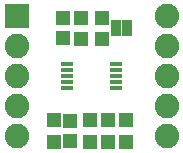
<source format=gts>
G75*
%MOIN*%
%OFA0B0*%
%FSLAX24Y24*%
%IPPOS*%
%LPD*%
%AMOC8*
5,1,8,0,0,1.08239X$1,22.5*
%
%ADD10R,0.0330X0.0580*%
%ADD11R,0.0474X0.0513*%
%ADD12R,0.0433X0.0157*%
%ADD13C,0.0820*%
%ADD14R,0.0820X0.0820*%
D10*
X003973Y004400D03*
X004327Y004400D03*
D11*
X003500Y004046D03*
X002800Y004046D03*
X002200Y004065D03*
X002200Y004735D03*
X002800Y004754D03*
X003500Y004754D03*
X003700Y001324D03*
X003100Y001324D03*
X002440Y001305D03*
X001900Y001324D03*
X001900Y000616D03*
X002440Y000635D03*
X003100Y000616D03*
X003700Y000616D03*
X004300Y000616D03*
X004300Y001324D03*
D12*
X003957Y002406D03*
X003957Y002603D03*
X003957Y002800D03*
X003957Y002997D03*
X003957Y003194D03*
X002343Y003194D03*
X002343Y002997D03*
X002343Y002800D03*
X002343Y002603D03*
X002343Y002406D03*
D13*
X000650Y000800D03*
X000650Y001800D03*
X000650Y002800D03*
X000650Y003800D03*
X005650Y003800D03*
X005650Y002800D03*
X005650Y001800D03*
X005650Y000800D03*
X005650Y004800D03*
D14*
X000650Y004800D03*
M02*

</source>
